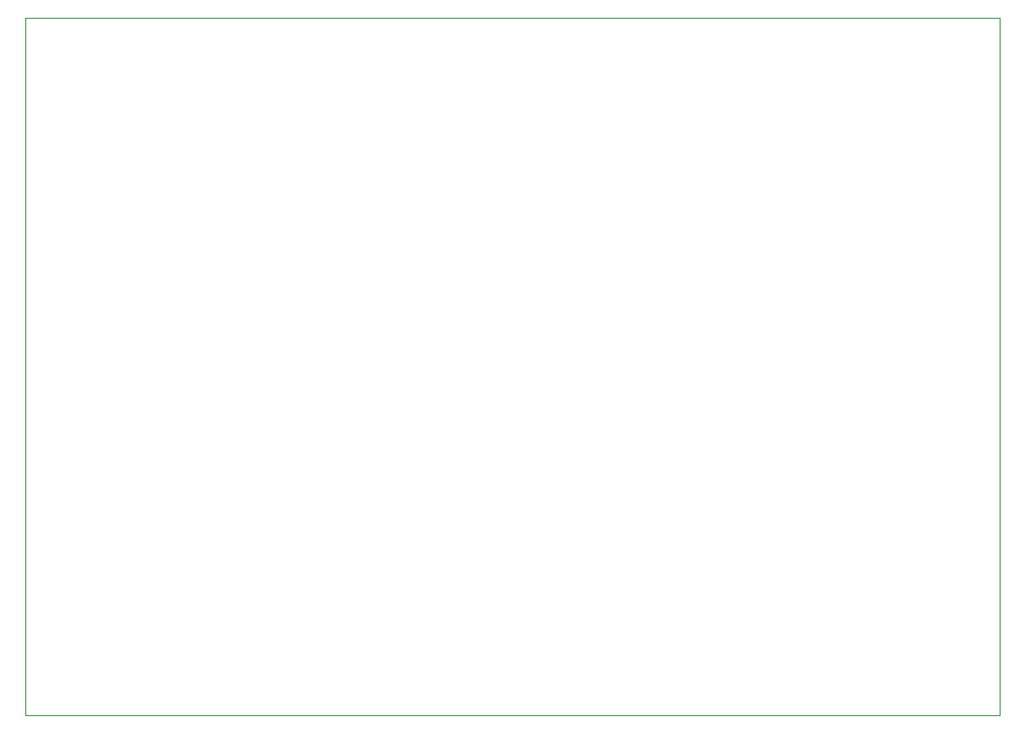
<source format=gm1>
%TF.GenerationSoftware,KiCad,Pcbnew,(7.0.0)*%
%TF.CreationDate,2023-05-07T18:54:43+02:00*%
%TF.ProjectId,balance_ruche,62616c61-6e63-4655-9f72-756368652e6b,V1.0*%
%TF.SameCoordinates,Original*%
%TF.FileFunction,Profile,NP*%
%FSLAX46Y46*%
G04 Gerber Fmt 4.6, Leading zero omitted, Abs format (unit mm)*
G04 Created by KiCad (PCBNEW (7.0.0)) date 2023-05-07 18:54:43*
%MOMM*%
%LPD*%
G01*
G04 APERTURE LIST*
%TA.AperFunction,Profile*%
%ADD10C,0.100000*%
%TD*%
G04 APERTURE END LIST*
D10*
X42037000Y-37473000D02*
X130037000Y-37473000D01*
X130037000Y-37473000D02*
X130037000Y-100473000D01*
X130037000Y-100473000D02*
X42037000Y-100473000D01*
X42037000Y-100473000D02*
X42037000Y-37473000D01*
M02*

</source>
